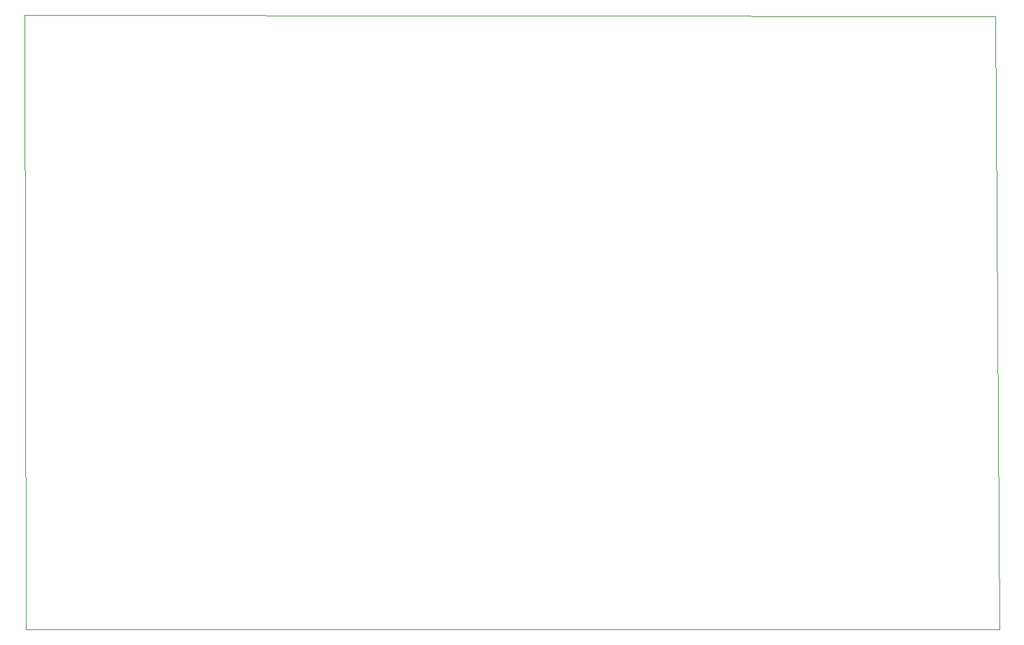
<source format=gbr>
%TF.GenerationSoftware,KiCad,Pcbnew,(5.1.6)-1*%
%TF.CreationDate,2021-01-31T10:28:18+01:00*%
%TF.ProjectId,lcd timer with arduino,6c636420-7469-46d6-9572-207769746820,rev?*%
%TF.SameCoordinates,Original*%
%TF.FileFunction,Profile,NP*%
%FSLAX46Y46*%
G04 Gerber Fmt 4.6, Leading zero omitted, Abs format (unit mm)*
G04 Created by KiCad (PCBNEW (5.1.6)-1) date 2021-01-31 10:28:18*
%MOMM*%
%LPD*%
G01*
G04 APERTURE LIST*
%TA.AperFunction,Profile*%
%ADD10C,0.050000*%
%TD*%
G04 APERTURE END LIST*
D10*
X188569600Y-89712800D02*
X188010800Y-13512800D01*
X67665600Y-89712800D02*
X188569600Y-89712800D01*
X67462400Y-13360400D02*
X67665600Y-89712800D01*
X188010800Y-13512800D02*
X67462400Y-13360400D01*
M02*

</source>
